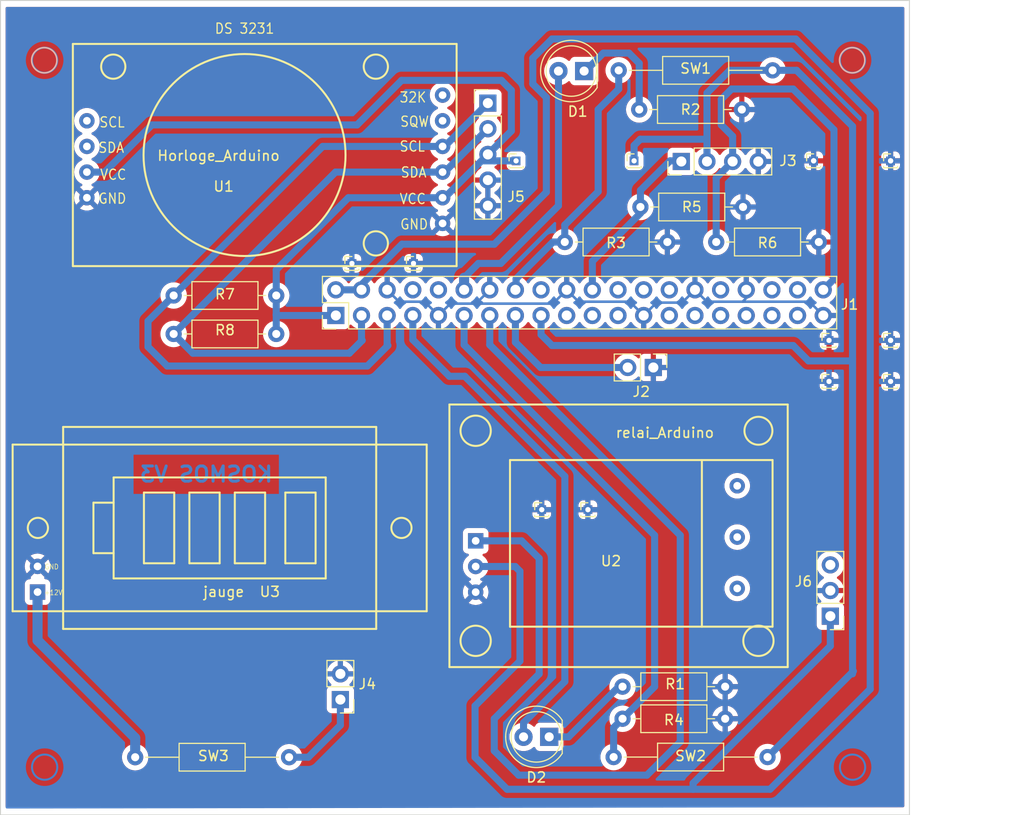
<source format=kicad_pcb>
(kicad_pcb (version 20211014) (generator pcbnew)
  (layers (0 "F.Cu" signal) (31 "B.Cu" signal) (34 "B.Paste" user) (35 "F.Paste" user) (36 "B.SilkS" user "B.Silkscreen") (37 "F.SilkS" user "F.Silkscreen") (38 "B.Mask" user) (39 "F.Mask" user) (44 "Edge.Cuts" user))
  (net 0 "")
  (net 1 "Net-(D1-Pad1)")
  (net 2 "GPIO18")
  (net 3 "Net-(D2-Pad1)")
  (net 4 "GPIO4")
  (net 5 "+5V")
  (net 6 "GND")
  (net 9 "GPIO17")
  (net 10 "GPIO23")
  (net 14 "GPIO25")
  (net 28 "GPIO21")
  (net 29 "Net-(J4-Pad1)")
  (net 36 "Net-(SW3-Pad1)")
  (net 37 "Net-(J1-Pad15)")
  (net 38 "GPIO2")
  (net 39 "GPIO3")
  (net 41 "unconnected-(J1-Pad13)")
  (net 42 "+3V3")
  (net 44 "GPIO27")
  (footprint "Connector_PinHeader_1.00mm:PinHeader_1x01_P1.00mm_Vertical" (layer "F.Cu") (at 175.768 78.74)
    (fp_text reference "REF**" hide)
    (fp_text value "PinHeader_1x01_P1.00mm_Vertical")
    (pad "1" thru_hole rect (at 0 0) (size 0.85 0.85) (drill 0.5) (layers *.Cu *.Mask) (net 6 "GND"))
    (pad "1" thru_hole rect (at 0 0) (size 0.85 0.85) (drill 0.5) (layers *.Cu *.Mask) (net 6 "GND"))
    (pad "1" thru_hole rect (at 0 0) (size 0.85 0.85) (drill 0.5) (layers *.Cu *.Mask) (net 6 "GND"))
    (pad "1" thru_hole rect (at 0 0) (size 0.85 0.85) (drill 0.5) (layers *.Cu *.Mask) (net 6 "GND"))
  )
  (footprint "Connector_PinHeader_1.00mm:PinHeader_1x01_P1.00mm_Vertical" (layer "F.Cu") (at 168.148 60.96)
    (fp_text reference "REF**" hide)
    (fp_text value "PinHeader_1x01_P1.00mm_Vertical")
    (pad "1" thru_hole rect (at 0 0) (size 0.85 0.85) (drill 0.5) (layers *.Cu *.Mask) (net 6 "GND"))
    (pad "1" thru_hole rect (at 0 0) (size 0.85 0.85) (drill 0.5) (layers *.Cu *.Mask) (net 6 "GND"))
    (pad "1" thru_hole rect (at 0 0) (size 0.85 0.85) (drill 0.5) (layers *.Cu *.Mask) (net 6 "GND"))
    (pad "1" thru_hole rect (at 0 0) (size 0.85 0.85) (drill 0.5) (layers *.Cu *.Mask) (net 6 "GND"))
  )
  (footprint "Connector_PinHeader_1.00mm:PinHeader_1x01_P1.00mm_Vertical" (layer "F.Cu") (at 145.796 95.504)
    (fp_text reference "REF**" hide)
    (fp_text value "PinHeader_1x01_P1.00mm_Vertical")
    (pad "1" thru_hole rect (at 0 0) (size 0.85 0.85) (drill 0.5) (layers *.Cu *.Mask) (net 6 "GND"))
    (pad "1" thru_hole rect (at 0 0) (size 0.85 0.85) (drill 0.5) (layers *.Cu *.Mask) (net 6 "GND"))
  )
  (footprint "Ma_librairie1:Rtc_arduino" (layer "F.Cu") (at 94.685 49.415)
    (fp_text reference "U1" (at 15.043 14.085 unlocked) (layer "F.SilkS"))
    (fp_text value "Horloge_Arduino" (at 14.535 11.037 unlocked) (layer "F.SilkS"))
    (fp_text user "VCC" (at 2.738536 12.328536) (layer "F.SilkS") (effects (font (size 1 0.9) (thickness 0.125)) (justify left top)))
    (fp_text user "SDA" (at 2.568788 9.66) (layer "F.SilkS") (effects (font (size 1 0.9) (thickness 0.125)) (justify left top)))
    (fp_text user "SDA" (at 32.509862 12.10463) (layer "F.SilkS") (effects (font (size 1 0.9) (thickness 0.125)) (justify left top)))
    (fp_text user "SCL" (at 32.395583 9.533349) (layer "F.SilkS") (effects (font (size 1 0.9) (thickness 0.125)) (justify left top)))
    (fp_text user "DS 3231" (at 14.096081 -2.13969) (layer "F.SilkS") (effects (font (size 1 0.9) (thickness 0.125)) (justify left top)))
    (fp_text user "SCL" (at 2.668782 7.147829) (layer "F.SilkS") (effects (font (size 1 0.9) (thickness 0.125)) (justify left top)))
    (fp_text user "GND" (at 32.452722 17.247192) (layer "F.SilkS") (effects (font (size 1 0.9) (thickness 0.125)) (justify left top)))
    (fp_text user "GND" (at 2.567117 14.697117) (layer "F.SilkS") (effects (font (size 1 0.9) (thickness 0.125)) (justify left top)))
    (fp_text user "SQW" (at 32.452722 7.076347) (layer "F.SilkS") (effects (font (size 1 0.9) (thickness 0.125)) (justify left top)))
    (fp_text user "VCC" (at 32.395583 14.733051) (layer "F.SilkS") (effects (font (size 1 0.9) (thickness 0.125)) (justify left top)))
    (fp_text user "32K" (at 32.395583 4.676485) (layer "F.SilkS") (effects (font (size 1 0.9) (thickness 0.125)) (justify left top)))
    (pad "1" thru_hole circle (at 1.5 7.58) (size 1.524 1.524) (drill 0.762) (layers *.Cu *.Mask))
    (pad "2" thru_hole circle (at 1.5 10.12) (size 1.524 1.524) (drill 0.762) (layers *.Cu *.Mask))
    (pad "3" thru_hole circle (at 1.5 12.66) (size 1.524 1.524) (drill 0.762) (layers *.Cu *.Mask) (net 42 "+3V3"))
    (pad "4" thru_hole circle (at 1.5 15.2) (size 1.524 1.524) (drill 0.762) (layers *.Cu *.Mask) (net 6 "GND"))
    (pad "5" thru_hole circle (at 36.72 17.74) (size 1.524 1.524) (drill 0.762) (layers *.Cu *.Mask) (net 6 "GND"))
    (pad "6" thru_hole circle (at 36.72 15.2) (size 1.524 1.524) (drill 0.762) (layers *.Cu *.Mask) (net 42 "+3V3"))
    (pad "7" thru_hole circle (at 36.72 12.66) (size 1.524 1.524) (drill 0.762) (layers *.Cu *.Mask) (net 38 "GPIO2"))
    (pad "8" thru_hole circle (at 36.72 10.12) (size 1.524 1.524) (drill 0.762) (layers *.Cu *.Mask) (net 39 "GPIO3"))
    (pad "9" thru_hole circle (at 36.72 7.58) (size 1.524 1.524) (drill 0.762) (layers *.Cu *.Mask))
    (pad "10" thru_hole circle (at 36.72 5.04) (size 1.524 1.524) (drill 0.762) (layers *.Cu *.Mask))
  )
  (footprint "Connector_PinHeader_1.00mm:PinHeader_1x01_P1.00mm_Vertical" (layer "F.Cu") (at 150.368 60.96)
    (fp_text reference "REF**" hide)
    (fp_text value "PinHeader_1x01_P1.00mm_Vertical")
    (pad "1" thru_hole rect (at 0 0) (size 0.85 0.85) (drill 0.5) (layers *.Cu *.Mask) (net 42 "+3V3"))
    (pad "1" thru_hole rect (at 0 0) (size 0.85 0.85) (drill 0.5) (layers *.Cu *.Mask) (net 42 "+3V3"))
  )
  (footprint "Resistor_THT:R_Axial_DIN0207_L6.3mm_D2.5mm_P15.24mm_Horizontal" (layer "F.Cu") (at 100.965 120.015)
    (fp_text reference "SW3" (at 7.747 -0.127) (layer "F.SilkS"))
    (fp_text value "SW_Reed")
    (pad "1" thru_hole circle (at 0 0) (size 1.6 1.6) (drill 0.8) (layers *.Cu *.Mask) (net 36 "Net-(SW3-Pad1)"))
    (pad "2" thru_hole oval (at 15.24 0) (size 1.6 1.6) (drill 0.8) (layers *.Cu *.Mask) (net 29 "Net-(J4-Pad1)"))
  )
  (footprint "Ma_librairie1:Relai_arduino" (layer "F.Cu") (at 132.08 85.09)
    (fp_text reference "U2" (at 16 15.5 unlocked) (layer "F.SilkS"))
    (fp_text value "relai_Arduino" (at 21.336 2.794 unlocked) (layer "F.SilkS"))
    (pad "1" thru_hole rect (at 2.6 13.5) (size 1.524 1.524) (drill 0.762) (layers *.Cu *.Mask) (net 44 "GPIO27"))
    (pad "2" thru_hole circle (at 2.6 16.04) (size 1.524 1.524) (drill 0.762) (layers *.Cu *.Mask) (net 5 "+5V"))
    (pad "3" thru_hole circle (at 2.6 18.58) (size 1.524 1.524) (drill 0.762) (layers *.Cu *.Mask) (net 6 "GND"))
    (pad "4" thru_hole circle (at 28.5 18.21) (size 1.524 1.524) (drill 0.762) (layers *.Cu *.Mask))
    (pad "5" thru_hole circle (at 28.5 13.13) (size 1.524 1.524) (drill 0.762) (layers *.Cu *.Mask))
    (pad "6" thru_hole circle (at 28.5 8.05) (size 1.524 1.524) (drill 0.762) (layers *.Cu *.Mask))
  )
  (footprint "Connector_PinHeader_1.00mm:PinHeader_1x01_P1.00mm_Vertical" (layer "F.Cu") (at 138.684 60.96)
    (fp_text reference "REF**" hide)
    (fp_text value "PinHeader_1x01_P1.00mm_Vertical")
    (pad "1" thru_hole rect (at 0 0) (size 0.85 0.85) (drill 0.5) (layers *.Cu *.Mask) (net 42 "+3V3"))
    (pad "1" thru_hole rect (at 0 0) (size 0.85 0.85) (drill 0.5) (layers *.Cu *.Mask) (net 42 "+3V3"))
  )
  (footprint "Ma_librairie1:Jauge_arduino" (layer "F.Cu") (at 88.758 87.15)
    (fp_text reference "U3" (at 25.542 16.482 unlocked) (layer "F.SilkS"))
    (fp_text value "jauge" (at 20.97 16.482 unlocked) (layer "F.SilkS"))
    (fp_text user "+12V" (at 3.156424 16.266353) (layer "F.SilkS") (effects (font (size 0.5 0.45) (thickness 0.0625)) (justify left top)))
    (fp_text user "GND" (at 3.213528 13.714811) (layer "F.SilkS") (effects (font (size 0.5 0.45) (thickness 0.0625)) (justify left top)))
    (pad "1" thru_hole rect (at 2.54 16.51) (size 1.524 1.524) (drill 0.762) (layers *.Cu *.Mask) (net 36 "Net-(SW3-Pad1)"))
    (pad "2" thru_hole circle (at 2.54 13.97) (size 1.524 1.524) (drill 0.762) (layers *.Cu *.Mask) (net 6 "GND"))
  )
  (footprint "Connector_PinHeader_2.54mm:PinHeader_2x20_P2.54mm_Vertical" (layer "F.Cu") (at 120.83619 76.275 90)
    (fp_text reference "J1" (at 1.091 50.86781) (layer "F.SilkS"))
    (fp_text value "Raspberry_Pi_2_3")
    (pad "1" thru_hole rect (at 0 0 90) (size 1.7 1.7) (drill 1) (layers *.Cu *.Mask) (net 42 "+3V3"))
    (pad "2" thru_hole oval (at 2.54 0 90) (size 1.7 1.7) (drill 1) (layers *.Cu *.Mask) (net 5 "+5V"))
    (pad "3" thru_hole oval (at 0 2.54 90) (size 1.7 1.7) (drill 1) (layers *.Cu *.Mask) (net 38 "GPIO2"))
    (pad "4" thru_hole oval (at 2.54 2.54 90) (size 1.7 1.7) (drill 1) (layers *.Cu *.Mask) (net 5 "+5V"))
    (pad "5" thru_hole oval (at 0 5.08 90) (size 1.7 1.7) (drill 1) (layers *.Cu *.Mask) (net 39 "GPIO3"))
    (pad "6" thru_hole oval (at 2.54 5.08 90) (size 1.7 1.7) (drill 1) (layers *.Cu *.Mask) (net 6 "GND"))
    (pad "7" thru_hole oval (at 0 7.62 90) (size 1.7 1.7) (drill 1) (layers *.Cu *.Mask) (net 4 "GPIO4"))
    (pad "8" thru_hole oval (at 2.54 7.62 90) (size 1.7 1.7) (drill 1) (layers *.Cu *.Mask))
    (pad "9" thru_hole oval (at 0 10.16 90) (size 1.7 1.7) (drill 1) (layers *.Cu *.Mask) (net 6 "GND"))
    (pad "10" thru_hole oval (at 2.54 10.16 90) (size 1.7 1.7) (drill 1) (layers *.Cu *.Mask))
    (pad "11" thru_hole oval (at 0 12.7 90) (size 1.7 1.7) (drill 1) (layers *.Cu *.Mask) (net 9 "GPIO17"))
    (pad "12" thru_hole oval (at 2.54 12.7 90) (size 1.7 1.7) (drill 1) (layers *.Cu *.Mask) (net 2 "GPIO18"))
    (pad "13" thru_hole oval (at 0 15.24 90) (size 1.7 1.7) (drill 1) (layers *.Cu *.Mask) (net 41 "unconnected-(J1-Pad13)"))
    (pad "14" thru_hole oval (at 2.54 15.24 90) (size 1.7 1.7) (drill 1) (layers *.Cu *.Mask) (net 6 "GND"))
    (pad "15" thru_hole oval (at 0 17.78 90) (size 1.7 1.7) (drill 1) (layers *.Cu *.Mask) (net 37 "Net-(J1-Pad15)"))
    (pad "16" thru_hole oval (at 2.54 17.78 90) (size 1.7 1.7) (drill 1) (layers *.Cu *.Mask) (net 10 "GPIO23"))
    (pad "17" thru_hole oval (at 0 20.32 90) (size 1.7 1.7) (drill 1) (layers *.Cu *.Mask) (net 42 "+3V3"))
    (pad "18" thru_hole oval (at 2.54 20.32 90) (size 1.7 1.7) (drill 1) (layers *.Cu *.Mask))
    (pad "19" thru_hole oval (at 0 22.86 90) (size 1.7 1.7) (drill 1) (layers *.Cu *.Mask))
    (pad "20" thru_hole oval (at 2.54 22.86 90) (size 1.7 1.7) (drill 1) (layers *.Cu *.Mask) (net 6 "GND"))
    (pad "21" thru_hole oval (at 0 25.4 90) (size 1.7 1.7) (drill 1) (layers *.Cu *.Mask))
    (pad "22" thru_hole oval (at 2.54 25.4 90) (size 1.7 1.7) (drill 1) (layers *.Cu *.Mask) (net 14 "GPIO25"))
    (pad "23" thru_hole oval (at 0 27.94 90) (size 1.7 1.7) (drill 1) (layers *.Cu *.Mask))
    (pad "24" thru_hole oval (at 2.54 27.94 90) (size 1.7 1.7) (drill 1) (layers *.Cu *.Mask))
    (pad "25" thru_hole oval (at 0 30.48 90) (size 1.7 1.7) (drill 1) (layers *.Cu *.Mask) (net 6 "GND"))
    (pad "26" thru_hole oval (at 2.54 30.48 90) (size 1.7 1.7) (drill 1) (layers *.Cu *.Mask))
    (pad "27" thru_hole oval (at 0 33.02 90) (size 1.7 1.7) (drill 1) (layers *.Cu *.Mask))
    (pad "28" thru_hole oval (at 2.54 33.02 90) (size 1.7 1.7) (drill 1) (layers *.Cu *.Mask))
    (pad "29" thru_hole oval (at 0 35.56 90) (size 1.7 1.7) (drill 1) (layers *.Cu *.Mask))
    (pad "30" thru_hole oval (at 2.54 35.56 90) (size 1.7 1.7) (drill 1) (layers *.Cu *.Mask) (net 6 "GND"))
    (pad "31" thru_hole oval (at 0 38.1 90) (size 1.7 1.7) (drill 1) (layers *.Cu *.Mask))
    (pad "32" thru_hole oval (at 2.54 38.1 90) (size 1.7 1.7) (drill 1) (layers *.Cu *.Mask))
    (pad "33" thru_hole oval (at 0 40.64 90) (size 1.7 1.7) (drill 1) (layers *.Cu *.Mask))
    (pad "34" thru_hole oval (at 2.54 40.64 90) (size 1.7 1.7) (drill 1) (layers *.Cu *.Mask) (net 6 "GND"))
    (pad "35" thru_hole oval (at 0 43.18 90) (size 1.7 1.7) (drill 1) (layers *.Cu *.Mask))
    (pad "36" thru_hole oval (at 2.54 43.18 90) (size 1.7 1.7) (drill 1) (layers *.Cu *.Mask))
    (pad "37" thru_hole oval (at 0 45.72 90) (size 1.7 1.7) (drill 1) (layers *.Cu *.Mask))
    (pad "38" thru_hole oval (at 2.54 45.72 90) (size 1.7 1.7) (drill 1) (layers *.Cu *.Mask))
    (pad "39" thru_hole oval (at 0 48.26 90) (size 1.7 1.7) (drill 1) (layers *.Cu *.Mask) (net 6 "GND"))
    (pad "40" thru_hole oval (at 2.54 48.26 90) (size 1.7 1.7) (drill 1) (layers *.Cu *.Mask) (net 28 "GPIO21"))
  )
  (footprint "Resistor_THT:R_Axial_DIN0207_L6.3mm_D2.5mm_P10.16mm_Horizontal" (layer "F.Cu") (at 149.225 113.03)
    (fp_text reference "R1" (at 5.207 -0.254) (layer "F.SilkS"))
    (fp_text value "220")
    (pad "1" thru_hole circle (at 0 0) (size 1.6 1.6) (drill 0.8) (layers *.Cu *.Mask) (net 3 "Net-(D2-Pad1)"))
    (pad "2" thru_hole oval (at 10.16 0) (size 1.6 1.6) (drill 0.8) (layers *.Cu *.Mask) (net 6 "GND"))
  )
  (footprint "Resistor_THT:R_Axial_DIN0207_L6.3mm_D2.5mm_P10.16mm_Horizontal" (layer "F.Cu") (at 143.50381 69)
    (fp_text reference "R3" (at 5.08 0.088) (layer "F.SilkS"))
    (fp_text value "1K")
    (pad "1" thru_hole circle (at 0 0) (size 1.6 1.6) (drill 0.8) (layers *.Cu *.Mask) (net 10 "GPIO23"))
    (pad "2" thru_hole oval (at 10.16 0) (size 1.6 1.6) (drill 0.8) (layers *.Cu *.Mask) (net 6 "GND"))
  )
  (footprint "Connector_PinHeader_2.54mm:PinHeader_1x05_P2.54mm_Vertical" (layer "F.Cu") (at 135.89 55.245)
    (fp_text reference "J5" (at 2.794 9.271) (layer "F.SilkS"))
    (fp_text value "Conn_01x05_Female")
    (pad "1" thru_hole rect (at 0 0) (size 1.7 1.7) (drill 1) (layers *.Cu *.Mask) (net 39 "GPIO3"))
    (pad "2" thru_hole oval (at 0 2.54) (size 1.7 1.7) (drill 1) (layers *.Cu *.Mask) (net 38 "GPIO2"))
    (pad "3" thru_hole oval (at 0 5.08) (size 1.7 1.7) (drill 1) (layers *.Cu *.Mask) (net 42 "+3V3"))
    (pad "4" thru_hole oval (at 0 7.62) (size 1.7 1.7) (drill 1) (layers *.Cu *.Mask) (net 6 "GND"))
    (pad "5" thru_hole oval (at 0 10.16) (size 1.7 1.7) (drill 1) (layers *.Cu *.Mask) (net 6 "GND"))
  )
  (footprint "Connector_PinHeader_1.00mm:PinHeader_1x01_P1.00mm_Vertical" (layer "F.Cu") (at 141.224 95.504)
    (fp_text reference "REF**" hide)
    (fp_text value "PinHeader_1x01_P1.00mm_Vertical")
    (pad "1" thru_hole rect (at 0 0) (size 0.85 0.85) (drill 0.5) (layers *.Cu *.Mask) (net 6 "GND"))
    (pad "1" thru_hole rect (at 0 0) (size 0.85 0.85) (drill 0.5) (layers *.Cu *.Mask) (net 6 "GND"))
  )
  (footprint "Resistor_THT:R_Axial_DIN0207_L6.3mm_D2.5mm_P10.16mm_Horizontal" (layer "F.Cu") (at 158.5 69)
    (fp_text reference "R6" (at 5.08 0.088) (layer "F.SilkS"))
    (fp_text value "1K")
    (pad "1" thru_hole circle (at 0 0) (size 1.6 1.6) (drill 0.8) (layers *.Cu *.Mask) (net 28 "GPIO21"))
    (pad "2" thru_hole oval (at 10.16 0) (size 1.6 1.6) (drill 0.8) (layers *.Cu *.Mask) (net 6 "GND"))
  )
  (footprint "Resistor_THT:R_Axial_DIN0207_L6.3mm_D2.5mm_P10.16mm_Horizontal" (layer "F.Cu") (at 149.225 116.205)
    (fp_text reference "R4" (at 5.08 0.127) (layer "F.SilkS"))
    (fp_text value "1K")
    (pad "1" thru_hole circle (at 0 0) (size 1.6 1.6) (drill 0.8) (layers *.Cu *.Mask) (net 9 "GPIO17"))
    (pad "2" thru_hole oval (at 10.16 0) (size 1.6 1.6) (drill 0.8) (layers *.Cu *.Mask) (net 6 "GND"))
  )
  (footprint "LED_THT:LED_D5.0mm_FlatTop" (layer "F.Cu") (at 145.42 52.07 180)
    (fp_text reference "D1" (at 0.64 -4.01) (layer "F.SilkS"))
    (fp_text value "LED_R_DROITE")
    (pad "1" thru_hole rect (at 0 0 180) (size 1.8 1.8) (drill 0.9) (layers *.Cu *.Mask) (net 1 "Net-(D1-Pad1)"))
    (pad "2" thru_hole circle (at 2.54 0 180) (size 1.8 1.8) (drill 0.9) (layers *.Cu *.Mask) (net 2 "GPIO18"))
  )
  (footprint "Connector_PinHeader_2.54mm:PinHeader_1x02_P2.54mm_Vertical" (layer "F.Cu") (at 121.285 114.305 180)
    (property "Reference" "J?")
    (property "Value" "12v_conv")
    (fp_text reference "J4" (at -2.667 1.529 180) (layer "F.SilkS"))
    (fp_text value "12v_conv")
    (pad "1" thru_hole rect (at 0 0 180) (size 1.7 1.7) (drill 1) (layers *.Cu *.Mask) (net 29 "Net-(J4-Pad1)"))
    (pad "2" thru_hole oval (at 0 2.54 180) (size 1.7 1.7) (drill 1) (layers *.Cu *.Mask) (net 6 "GND"))
  )
  (footprint "Resistor_THT:R_Axial_DIN0207_L6.3mm_D2.5mm_P10.16mm_Horizontal" (layer "F.Cu") (at 114.935 78.105 180)
    (fp_text reference "R8" (at 5.08 0.381) (layer "F.SilkS"))
    (fp_text value "1K")
    (pad "1" thru_hole circle (at 0 0 180) (size 1.6 1.6) (drill 0.8) (layers *.Cu *.Mask) (net 42 "+3V3"))
    (pad "2" thru_hole oval (at 10.16 0 180) (size 1.6 1.6) (drill 0.8) (layers *.Cu *.Mask) (net 38 "GPIO2"))
  )
  (footprint "LED_THT:LED_D5.0mm_FlatTop" (layer "F.Cu") (at 141.96119 118 180)
    (fp_text reference "D2" (at 1.27 -4.01) (layer "F.SilkS"))
    (fp_text value "LED_V_GAUCHE")
    (pad "1" thru_hole rect (at 0 0 180) (size 1.8 1.8) (drill 0.9) (layers *.Cu *.Mask) (net 3 "Net-(D2-Pad1)"))
    (pad "2" thru_hole circle (at 2.54 0 180) (size 1.8 1.8) (drill 0.9) (layers *.Cu *.Mask) (net 4 "GPIO4"))
  )
  (footprint "Connector_PinHeader_2.54mm:PinHeader_1x03_P2.54mm_Vertical" (layer "F.Cu") (at 169.8 106.05 180)
    (property "Reference" "J?")
    (property "Value" "5v_conv")
    (fp_text reference "J6" (at 2.668 3.434 180) (layer "F.SilkS"))
    (fp_text value "5v_conv")
    (pad "1" thru_hole rect (at 0 0 180) (size 1.7 1.7) (drill 1) (layers *.Cu *.Mask) (net 5 "+5V"))
    (pad "2" thru_hole oval (at 0 2.54 180) (size 1.7 1.7) (drill 1) (layers *.Cu *.Mask) (net 6 "GND"))
    (pad "3" thru_hole oval (at 0 5.08 180) (size 1.7 1.7) (drill 1) (layers *.Cu *.Mask))
  )
  (footprint "Connector_PinHeader_1.00mm:PinHeader_1x01_P1.00mm_Vertical" (layer "F.Cu") (at 175.768 60.96)
    (fp_text reference "REF**" hide)
    (fp_text value "PinHeader_1x01_P1.00mm_Vertical")
    (pad "1" thru_hole rect (at 0 0) (size 0.85 0.85) (drill 0.5) (layers *.Cu *.Mask) (net 6 "GND"))
    (pad "1" thru_hole rect (at 0 0) (size 0.85 0.85) (drill 0.5) (layers *.Cu *.Mask) (net 6 "GND"))
    (pad "1" thru_hole rect (at 0 0) (size 0.85 0.85) (drill 0.5) (layers *.Cu *.Mask) (net 6 "GND"))
    (pad "1" thru_hole rect (at 0 0) (size 0.85 0.85) (drill 0.5) (layers *.Cu *.Mask) (net 6 "GND"))
  )
  (footprint "Resistor_THT:R_Axial_DIN0207_L6.3mm_D2.5mm_P10.16mm_Horizontal" (layer "F.Cu") (at 114.935 74.295 180)
    (fp_text reference "R7" (at 5.08 0.127) (layer "F.SilkS"))
    (fp_text value "1K")
    (pad "1" thru_hole circle (at 0 0 180) (size 1.6 1.6) (drill 0.8) (layers *.Cu *.Mask) (net 42 "+3V3"))
    (pad "2" thru_hole oval (at 10.16 0 180) (size 1.6 1.6) (drill 0.8) (layers *.Cu *.Mask) (net 39 "GPIO3"))
  )
  (footprint "Connector_PinHeader_2.54mm:PinHeader_1x04_P2.54mm_Vertical" (layer "F.Cu") (at 155.045 61.025 90)
    (property "Reference" "J3")
    (property "Value" "FACADE")
    (fp_text reference "J3" (at 0.065 10.563) (layer "F.SilkS"))
    (fp_text value "FACADE")
    (pad "1" thru_hole rect (at 0 0 90) (size 1.7 1.7) (drill 1) (layers *.Cu *.Mask) (net 14 "GPIO25"))
    (pad "2" thru_hole oval (at 0 2.54 90) (size 1.7 1.7) (drill 1) (layers *.Cu *.Mask) (net 42 "+3V3"))
    (pad "3" thru_hole oval (at 0 5.08 90) (size 1.7 1.7) (drill 1) (layers *.Cu *.Mask) (net 28 "GPIO21"))
    (pad "4" thru_hole oval (at 0 7.62 90) (size 1.7 1.7) (drill 1) (layers *.Cu *.Mask) (net 6 "GND"))
  )
  (footprint "Connector_PinHeader_1.00mm:PinHeader_1x01_P1.00mm_Vertical" (layer "F.Cu") (at 169.672 82.804)
    (fp_text reference "REF**" hide)
    (fp_text value "PinHeader_1x01_P1.00mm_Vertical")
    (pad "1" thru_hole rect (at 0 0) (size 0.85 0.85) (drill 0.5) (layers *.Cu *.Mask) (net 6 "GND"))
    (pad "1" thru_hole rect (at 0 0) (size 0.85 0.85) (drill 0.5) (layers *.Cu *.Mask) (net 6 "GND"))
  )
  (footprint "Connector_PinHeader_2.54mm:PinHeader_1x02_P2.54mm_Vertical" (layer "F.Cu") (at 152.275 81.425 -90)
    (property "Reference" "J2")
    (property "Value" "CDE_ESP")
    (fp_text reference "J2" (at 2.395 1.195) (layer "F.SilkS"))
    (fp_text value "CDE_ESP")
    (pad "1" thru_hole rect (at 0 0 270) (size 1.7 1.7) (drill 1) (layers *.Cu *.Mask) (net 6 "GND"))
    (pad "2" thru_hole oval (at 0 2.54 270) (size 1.7 1.7) (drill 1) (layers *.Cu *.Mask) (net 37 "Net-(J1-Pad15)"))
  )
  (footprint "Connector_PinHeader_1.00mm:PinHeader_1x01_P1.00mm_Vertical" (layer "F.Cu") (at 175.768 82.804)
    (fp_text reference "REF**" hide)
    (fp_text value "PinHeader_1x01_P1.00mm_Vertical")
    (pad "1" thru_hole rect (at 0 0) (size 0.85 0.85) (drill 0.5) (layers *.Cu *.Mask) (net 6 "GND"))
    (pad "1" thru_hole rect (at 0 0) (size 0.85 0.85) (drill 0.5) (layers *.Cu *.Mask) (net 6 "GND"))
  )
  (footprint "Resistor_THT:R_Axial_DIN0207_L6.3mm_D2.5mm_P15.24mm_Horizontal" (layer "F.Cu") (at 148.844 52)
    (fp_text reference "SW1" (at 7.62 -0.184) (layer "F.SilkS"))
    (fp_text value "DROITE")
    (pad "1" thru_hole circle (at 0 0) (size 1.6 1.6) (drill 0.8) (layers *.Cu *.Mask) (net 10 "GPIO23"))
    (pad "2" thru_hole oval (at 15.24 0) (size 1.6 1.6) (drill 0.8) (layers *.Cu *.Mask) (net 42 "+3V3"))
  )
  (footprint "Connector_PinHeader_1.00mm:PinHeader_1x01_P1.00mm_Vertical" (layer "F.Cu") (at 169.672 78.74)
    (fp_text reference "REF**" hide)
    (fp_text value "PinHeader_1x01_P1.00mm_Vertical")
    (pad "1" thru_hole rect (at 0 0) (size 0.85 0.85) (drill 0.5) (layers *.Cu *.Mask) (net 6 "GND"))
    (pad "1" thru_hole rect (at 0 0) (size 0.85 0.85) (drill 0.5) (layers *.Cu *.Mask) (net 6 "GND"))
  )
  (footprint "Resistor_THT:R_Axial_DIN0207_L6.3mm_D2.5mm_P10.16mm_Horizontal" (layer "F.Cu") (at 150.995 65.532)
    (fp_text reference "R5" (at 5.08 0) (layer "F.SilkS"))
    (fp_text value "1K")
    (pad "1" thru_hole circle (at 0 0) (size 1.6 1.6) (drill 0.8) (layers *.Cu *.Mask) (net 14 "GPIO25"))
    (pad "2" thru_hole oval (at 10.16 0) (size 1.6 1.6) (drill 0.8) (layers *.Cu *.Mask) (net 6 "GND"))
  )
  (footprint "Connector_PinHeader_1.00mm:PinHeader_1x01_P1.00mm_Vertical" (layer "F.Cu") (at 122.428 71.12)
    (fp_text reference "REF**" hide)
    (fp_text value "PinHeader_1x01_P1.00mm_Vertical")
    (pad "1" thru_hole rect (at 0 0) (size 0.85 0.85) (drill 0.5) (layers *.Cu *.Mask) (net 6 "GND"))
    (pad "1" thru_hole rect (at 0 0) (size 0.85 0.85) (drill 0.5) (layers *.Cu *.Mask) (net 6 "GND"))
  )
  (footprint "Resistor_THT:R_Axial_DIN0207_L6.3mm_D2.5mm_P15.24mm_Horizontal" (layer "F.Cu") (at 148.34119 120)
    (fp_text reference "SW2" (at 7.62 -0.112) (layer "F.SilkS"))
    (fp_text value "GAUCHE")
    (pad "1" thru_hole circle (at 0 0) (size 1.6 1.6) (drill 0.8) (layers *.Cu *.Mask) (net 9 "GPIO17"))
    (pad "2" thru_hole oval (at 15.24 0) (size 1.6 1.6) (drill 0.8) (layers *.Cu *.Mask) (net 42 "+3V3"))
  )
  (footprint "Connector_PinHeader_1.00mm:PinHeader_1x01_P1.00mm_Vertical" (layer "F.Cu") (at 128.524 71.12)
    (fp_text reference "REF**" hide)
    (fp_text value "PinHeader_1x01_P1.00mm_Vertical")
    (pad "1" thru_hole rect (at 0 0) (size 0.85 0.85) (drill 0.5) (layers *.Cu *.Mask) (net 6 "GND"))
    (pad "1" thru_hole rect (at 0 0) (size 0.85 0.85) (drill 0.5) (layers *.Cu *.Mask) (net 6 "GND"))
  )
  (footprint "Resistor_THT:R_Axial_DIN0207_L6.3mm_D2.5mm_P10.16mm_Horizontal" (layer "F.Cu") (at 150.876 55.88)
    (fp_text reference "R2" (at 5.08 0) (layer "F.SilkS"))
    (fp_text value "220")
    (pad "1" thru_hole circle (at 0 0) (size 1.6 1.6) (drill 0.8) (layers *.Cu *.Mask) (net 1 "Net-(D1-Pad1)"))
    (pad "2" thru_hole oval (at 10.16 0) (size 1.6 1.6) (drill 0.8) (layers *.Cu *.Mask) (net 6 "GND"))
  )
  (gr_circle (center 92 51) (end 93.25 51) (layer "B.Cu") (width 0.2) (fill none))
  (gr_circle (center 172 51) (end 173.25 51) (layer "B.Cu") (width 0.2) (fill none))
  (gr_circle (center 92 121) (end 93.25 121) (layer "B.Cu") (width 0.2) (fill none))
  (gr_circle (center 172 121) (end 173.25 121) (layer "B.Cu") (width 0.2) (fill none))
  (gr_circle (center 171.96119 51) (end 173.21119 51) (layer "B.SilkS") (width 0.15) (fill none))
  (gr_circle (center 91.96119 51) (end 93.21119 51) (layer "B.SilkS") (width 0.15) (fill none))
  (gr_line (start 87.63 45.085) (end 177.63 45.085) (layer "Edge.Cuts") (width 0.1))
  (gr_line (start 177.63 45.085) (end 177.63 125.73) (layer "Edge.Cuts") (width 0.1))
  (gr_line (start 87.63 45.085) (end 87.63 125.73) (layer "Edge.Cuts") (width 0.1))
  (gr_line (start 87.63 125.73) (end 177.63 125.73) (layer "Edge.Cuts") (width 0.1))
  (gr_text "KOSMOS V3" (at 108 92) (layer "B.Cu") (effects (font (size 1.5 1.5) (thickness 0.3)) (justify mirror)))
  (segment (start 150.876 51.308) (end 150.876 55.88) (width 0.7) (layer "B.Cu") (net 1))
  (segment (start 149.86 50.292) (end 150.876 51.308) (width 0.7) (layer "B.Cu") (net 1))
  (segment (start 147.32 50.292) (end 149.86 50.292) (width 0.7) (layer "B.Cu") (net 1))
  (segment (start 145.542 52.07) (end 147.32 50.292) (width 0.7) (layer "B.Cu") (net 1))
  (segment (start 145.42 52.07) (end 145.542 52.07) (width 0.7) (layer "B.Cu") (net 1))
  (segment (start 133.53619 72.532919) (end 134.949109 71.12) (width 0.7) (layer "B.Cu") (net 2))
  (segment (start 133.53619 73.735) (end 133.53619 72.532919) (width 1) (layer "B.Cu") (net 2))
  (segment (start 137.16 71.12) (end 142.88 65.4) (width 0.7) (layer "B.Cu") (net 2))
  (segment (start 134.949109 71.12) (end 137.16 71.12) (width 0.7) (layer "B.Cu") (net 2))
  (segment (start 142.88 65.4) (end 142.88 52.07) (width 0.7) (layer "B.Cu") (net 2))
  (segment (start 143.88119 118) (end 148.85119 113.03) (width 0.7) (layer "B.Cu") (net 3))
  (segment (start 141.96119 118) (end 143.88119 118) (width 0.7) (layer "B.Cu") (net 3))
  (segment (start 148.85119 113.03) (end 149.225 113.03) (width 0.7) (layer "B.Cu") (net 3))
  (segment (start 139.42119 116.606905) (end 143.51 112.518095) (width 0.7) (layer "B.Cu") (net 4))
  (segment (start 132.08 82.296) (end 128.45619 78.67219) (width 0.7) (layer "B.Cu") (net 4))
  (segment (start 143.51 112.518095) (end 143.51 92.202) (width 0.7) (layer "B.Cu") (net 4))
  (segment (start 143.51 92.202) (end 133.604 82.296) (width 0.7) (layer "B.Cu") (net 4))
  (segment (start 133.604 82.296) (end 132.08 82.296) (width 0.7) (layer "B.Cu") (net 4))
  (segment (start 139.42119 118) (end 139.42119 116.606905) (width 0.7) (layer "B.Cu") (net 4))
  (segment (start 128.45619 78.67219) (end 128.45619 76.275) (width 0.7) (layer "B.Cu") (net 4))
  (segment (start 139.065 101.6) (end 139.065 110.49) (width 0.7) (layer "B.Cu") (net 5))
  (segment (start 142.24 48.895) (end 140.335 50.8) (width 0.7) (layer "B.Cu") (net 5))
  (segment (start 141.68048 64.05952) (end 136.525 69.215) (width 0.7) (layer "B.Cu") (net 5))
  (segment (start 166.37 48.895) (end 142.24 48.895) (width 0.7) (layer "B.Cu") (net 5))
  (segment (start 141.68048 54.68548) (end 141.68048 64.05952) (width 0.7) (layer "B.Cu") (net 5))
  (segment (start 134.62 114.935) (end 134.62 120.015) (width 0.7) (layer "B.Cu") (net 5))
  (segment (start 156.21 122.59) (end 169.8 109) (width 0.7) (layer "B.Cu") (net 5))
  (segment (start 163.83 123.19) (end 173.75 113.27) (width 0.7) (layer "B.Cu") (net 5))
  (segment (start 134.68 101.13) (end 138.595 101.13) (width 0.7) (layer "B.Cu") (net 5))
  (segment (start 139.065 110.49) (end 134.62 114.935) (width 0.7) (layer "B.Cu") (net 5))
  (segment (start 156.21 123.19) (end 156.21 122.59) (width 0.7) (layer "B.Cu") (net 5))
  (segment (start 134.62 120.015) (end 137.795 123.19) (width 0.7) (layer "B.Cu") (net 5))
  (segment (start 127.381 69.215) (end 123.37619 73.21981) (width 0.7) (layer "B.Cu") (net 5))
  (segment (start 140.335 53.34) (end 141.68048 54.68548) (width 0.7) (layer "B.Cu") (net 5))
  (segment (start 123.37619 73.21981) (end 123.37619 73.735) (width 0.7) (layer "B.Cu") (net 5))
  (segment (start 173.75 56.275) (end 166.37 48.895) (width 0.7) (layer "B.Cu") (net 5))
  (segment (start 137.795 123.19) (end 163.83 123.19) (width 0.7) (layer "B.Cu") (net 5))
  (segment (start 138.595 101.13) (end 139.065 101.6) (width 0.7) (layer "B.Cu") (net 5))
  (segment (start 136.525 69.215) (end 127.381 69.215) (width 0.7) (layer "B.Cu") (net 5))
  (segment (start 169.8 109) (end 169.8 106.05) (width 0.7) (layer "B.Cu") (net 5))
  (segment (start 173.75 113.27) (end 173.75 56.275) (width 0.7) (layer "B.Cu") (net 5))
  (segment (start 140.335 50.8) (end 140.335 53.34) (width 0.7) (layer "B.Cu") (net 5))
  (segment (start 120.83619 73.735) (end 123.37619 73.735) (width 0.7) (layer "B.Cu") (net 5))
  (segment (start 155.13119 75) (end 156.39619 73.735) (width 0.25) (layer "B.Cu") (net 6))
  (segment (start 161.47619 73.735) (end 161.47619 74.54881) (width 0.25) (layer "B.Cu") (net 6))
  (segment (start 149.950701 74.909511) (end 144.870701 74.909511) (width 0.25) (layer "B.Cu") (net 6))
  (segment (start 142.330701 75.100489) (end 143.69619 73.735) (width 0.25) (layer "B.Cu") (net 6))
  (segment (start 161.115489 74.909511) (end 157.570701 74.909511) (width 0.25) (layer "B.Cu") (net 6))
  (segment (start 126 73.81881) (end 125.91619 73.735) (width 0.25) (layer "B.Cu") (net 6))
  (segment (start 169.09619 76.275) (end 167.730701 74.909511) (width 0.25) (layer "B.Cu") (net 6))
  (segment (start 132.170701 75.100489) (end 130.99619 76.275) (width 0.25) (layer "B.Cu") (net 6))
  (segment (start 134.710701 75.100489) (end 132.170701 75.100489) (width 0.25) (layer "B.Cu") (net 6))
  (segment (start 151.31619 76.275) (end 152.59119 75) (width 0.25) (layer "B.Cu") (net 6))
  (segment (start 157.570701 74.909511) (end 156.39619 73.735) (width 0.25) (layer "B.Cu") (net 6))
  (segment (start 161.47619 74.54881) (end 161.115489 74.909511) (width 0.25) (layer "B.Cu") (net 6))
  (segment (start 167.730701 74.909511) (end 161.115489 74.909511) (width 0.25) (layer "B.Cu") (net 6))
  (segment (start 134.710701 75.100489) (end 142.330701 75.100489) (width 0.25) (layer "B.Cu") (net 6))
  (segment (start 151.31619 76.275) (end 149.950701 74.909511) (width 0.25) (layer "B.Cu") (net 6))
  (segment (start 129.630701 74.909511) (end 127.090701 74.909511) (width 0.25) (layer "B.Cu") (net 6))
  (segment (start 136.07619 73.735) (end 134.710701 75.100489) (width 0.25) (layer "B.Cu") (net 6))
  (segment (start 127.090701 74.909511) (end 125.91619 73.735) (width 0.25) (layer "B.Cu") (net 6))
  (segment (start 152.59119 75) (end 155.13119 75) (width 0.25) (layer "B.Cu") (net 6))
  (segment (start 130.99619 76.275) (end 129.630701 74.909511) (width 0.25) (layer "B.Cu") (net 6))
  (segment (start 144.870701 74.909511) (end 143.69619 73.735) (width 0.25) (layer "B.Cu") (net 6))
  (segment (start 133.53619 79.18019) (end 133.53619 76.275) (width 0.7) (layer "B.Cu") (net 9))
  (segment (start 148.34119 120) (end 148.34119 117.08881) (width 0.7) (layer "B.Cu") (net 9))
  (segment (start 152.4 113.03) (end 152.4 98.044) (width 0.7) (layer "B.Cu") (net 9))
  (segment (start 148.34119 117.08881) (end 152.4 113.03) (width 0.7) (layer "B.Cu") (net 9))
  (segment (start 152.4 98.044) (end 133.53619 79.18019) (width 0.7) (layer "B.Cu") (net 9))
  (segment (start 142.328 69) (end 143.50381 69) (width 0.7) (layer "B.Cu") (net 10))
  (segment (start 146.812 64.008) (end 146.812 55.88) (width 0.7) (layer "B.Cu") (net 10))
  (segment (start 138.61619 73.735) (end 138.684 73.66719) (width 1) (layer "B.Cu") (net 10))
  (segment (start 138.684 73.66719) (end 138.684 72.644) (width 0.7) (layer "B.Cu") (net 10))
  (segment (start 148.844 53.848) (end 148.844 52) (width 0.7) (layer "B.Cu") (net 10))
  (segment (start 143.50381 69) (end 143.50381 67.31619) (width 0.7) (layer "B.Cu") (net 10))
  (segment (start 138.61619 73.735) (end 138.43 73.54881) (width 1) (layer "B.Cu") (net 10))
  (segment (start 146.812 55.88) (end 148.844 53.848) (width 0.7) (layer "B.Cu") (net 10))
  (segment (start 143.50381 67.31619) (end 146.812 64.008) (width 0.7) (layer "B.Cu") (net 10))
  (segment (start 138.684 72.644) (end 142.328 69) (width 0.7) (layer "B.Cu") (net 10))
  (segment (start 146.23619 73.735) (end 146.23619 70.90881) (width 0.7) (layer "B.Cu") (net 14))
  (segment (start 150.995 66.15) (end 150.995 65.532) (width 0.7) (layer "B.Cu") (net 14))
  (segment (start 153.924 60.96) (end 154.98 60.96) (width 0.7) (layer "B.Cu") (net 14))
  (segment (start 150.995 63.889) (end 153.924 60.96) (width 0.7) (layer "B.Cu") (net 14))
  (segment (start 154.98 60.96) (end 155.045 61.025) (width 0.7) (layer "B.Cu") (net 14))
  (segment (start 146.23619 70.90881) (end 150.995 66.15) (width 0.7) (layer "B.Cu") (net 14))
  (segment (start 150.995 65.532) (end 150.995 63.889) (width 0.7) (layer "B.Cu") (net 14))
  (segment (start 159.004 57.404) (end 160.125 58.525) (width 0.7) (layer "B.Cu") (net 28))
  (segment (start 169.09619 73.735) (end 170.159511 72.671679) (width 0.7) (layer "B.Cu") (net 28))
  (segment (start 166.116 53.848) (end 160.02 53.848) (width 0.7) (layer "B.Cu") (net 28))
  (segment (start 170.159511 57.891511) (end 166.116 53.848) (width 0.7) (layer "B.Cu") (net 28))
  (segment (start 160.125 58.525) (end 160.125 61.025) (width 0.7) (layer "B.Cu") (net 28))
  (segment (start 159.004 54.864) (end 159.004 57.404) (width 0.7) (layer "B.Cu") (net 28))
  (segment (start 170.159511 72.671679) (end 170.159511 57.891511) (width 0.7) (layer "B.Cu") (net 28))
  (segment (start 160.02 53.848) (end 159.004 54.864) (width 0.7) (layer "B.Cu") (net 28))
  (segment (start 160.125 61.025) (end 158.5 62.65) (width 0.7) (layer "B.Cu") (net 28))
  (segment (start 158.5 62.65) (end 158.5 69) (width 0.7) (layer "B.Cu") (net 28))
  (segment (start 118.11 120.015) (end 121.285 116.84) (width 0.7) (layer "B.Cu") (net 29))
  (segment (start 116.205 120.015) (end 118.11 120.015) (width 0.7) (layer "B.Cu") (net 29))
  (segment (start 121.285 116.84) (end 121.285 114.305) (width 0.7) (layer "B.Cu") (net 29))
  (segment (start 91.298 108.443) (end 100.965 118.11) (width 1) (layer "B.Cu") (net 36))
  (segment (start 100.965 118.11) (end 100.965 120.015) (width 1) (layer "B.Cu") (net 36))
  (segment (start 91.298 103.66) (end 91.298 108.443) (width 1) (layer "B.Cu") (net 36))
  (segment (start 149.735 81.425) (end 141.115 81.425) (width 0.7) (layer "B.Cu") (net 37))
  (segment (start 138.61619 78.92619) (end 138.61619 76.275) (width 0.7) (layer "B.Cu") (net 37))
  (segment (start 141.115 81.425) (end 138.61619 78.92619) (width 0.7) (layer "B.Cu") (net 37))
  (segment (start 106.68 80.01) (end 104.775 78.105) (width 0.7) (layer "B.Cu") (net 38))
  (segment (start 131.405 62.075) (end 131.6 62.075) (width 1) (layer "B.Cu") (net 38))
  (segment (start 123.37619 78.67219) (end 123.37619 76.275) (width 0.7) (layer "B.Cu") (net 38))
  (segment (start 104.775 78.105) (end 120.805 62.075) (width 0.7) (layer "B.Cu") (net 38))
  (segment (start 122.174 80.01) (end 123.444 78.74) (width 0.7) (layer "B.Cu") (net 38))
  (segment (start 131.6 62.075) (end 135.89 57.785) (width 0.7) (layer "B.Cu") (net 38))
  (segment (start 123.444 78.74) (end 123.37619 78.67219) (width 0.7) (layer "B.Cu") (net 38))
  (segment (start 120.805 62.075) (end 131.405 62.075) (width 0.7) (layer "B.Cu") (net 38))
  (segment (start 106.68 80.01) (end 122.174 80.01) (width 0.7) (layer "B.Cu") (net 38))
  (segment (start 102.235 76.835) (end 119.535 59.535) (width 0.7) (layer "B.Cu") (net 39))
  (segment (start 125.91619 79.18019) (end 125.91619 76.275) (width 0.7) (layer "B.Cu") (net 39))
  (segment (start 102.235 79.375) (end 102.235 76.835) (width 0.7) (layer "B.Cu") (net 39))
  (segment (start 119.535 59.535) (end 131.405 59.535) (width 0.7) (layer "B.Cu") (net 39))
  (segment (start 131.6 59.535) (end 135.89 55.245) (width 0.7) (layer "B.Cu") (net 39))
  (segment (start 104.14 81.28) (end 102.235 79.375) (width 0.7) (layer "B.Cu") (net 39))
  (segment (start 131.405 59.535) (end 131.6 59.535) (width 1) (layer "B.Cu") (net 39))
  (segment (start 104.14 81.28) (end 123.952 81.28) (width 0.7) (layer "B.Cu") (net 39))
  (segment (start 123.952 81.28) (end 125.984 79.248) (width 0.7) (layer "B.Cu") (net 39))
  (segment (start 125.984 79.248) (end 125.91619 79.18019) (width 0.7) (layer "B.Cu") (net 39))
  (segment (start 136.525 119.38) (end 138.938 121.793) (width 0.7) (layer "B.Cu") (net 41))
  (segment (start 151.638 121.793) (end 154.94 118.491) (width 0.7) (layer "B.Cu") (net 41))
  (segment (start 140.97 111.76) (end 136.525 116.205) (width 0.7) (layer "B.Cu") (net 41))
  (segment (start 136.07619 79.18019) (end 136.07619 76.275) (width 0.7) (layer "B.Cu") (net 41))
  (segment (start 139.23 98.59) (end 140.97 100.33) (width 0.7) (layer "B.Cu") (net 41))
  (segment (start 134.68 98.59) (end 139.23 98.59) (width 0.7) (layer "B.Cu") (net 41))
  (segment (start 154.94 98.044) (end 136.07619 79.18019) (width 0.7) (layer "B.Cu") (net 41))
  (segment (start 154.94 118.491) (end 154.94 98.044) (width 0.7) (layer "B.Cu") (net 41))
  (segment (start 136.525 116.205) (end 136.525 119.38) (width 0.7) (layer "B.Cu") (net 41))
  (segment (start 138.938 121.793) (end 151.638 121.793) (width 0.7) (layer "B.Cu") (net 41))
  (segment (start 135.96119 76.39) (end 136.07619 76.275) (width 1) (layer "B.Cu") (net 41))
  (segment (start 140.97 100.33) (end 140.97 111.76) (width 0.7) (layer "B.Cu") (net 41))
  (segment (start 138.212103 58.002897) (end 138.212103 53.975) (width 0.7) (layer "B.Cu") (net 42))
  (segment (start 122.936 57.404) (end 102.616 57.404) (width 0.7) (layer "B.Cu") (net 42))
  (segment (start 157.585 58.823) (end 157.585 54.251) (width 0.7) (layer "B.Cu") (net 42))
  (segment (start 150.368 60.96) (end 150.368 59.436) (width 0.7) (layer "B.Cu") (net 42))
  (segment (start 122.075 64.615) (end 114.935 71.755) (width 0.7) (layer "B.Cu") (net 42))
  (segment (start 166.4586 52) (end 172 57.5414) (width 0.7) (layer "B.Cu") (net 42))
  (segment (start 157.585 61.025) (end 157.585 58.823) (width 0.7) (layer "B.Cu") (net 42))
  (segment (start 172 81.5) (end 172 111.76) (width 0.7) (layer "B.Cu") (net 42))
  (segment (start 131.6 64.615) (end 135.89 60.325) (width 0.7) (layer "B.Cu") (net 42))
  (segment (start 159.836 52) (end 163.58119 52) (width 0.7) (layer "B.Cu") (net 42))
  (segment (start 137.230592 52.993489) (end 127.346511 52.993489) (width 0.7) (layer "B.Cu") (net 42))
  (segment (start 172.085 111.49619) (end 163.58119 120) (width 0.7) (layer "B.Cu") (net 42))
  (segment (start 150.368 59.436) (end 150.981 58.823) (width 0.7) (layer "B.Cu") (net 42))
  (segment (start 131.405 64.615) (end 122.075 64.615) (width 0.7) (layer "B.Cu") (net 42))
  (segment (start 150.981 58.823) (end 157.585 58.823) (width 0.7) (layer "B.Cu") (net 42))
  (segment (start 141.15619 76.275) (end 141.15619 78.16419) (width 0.7) (layer "B.Cu") (net 42))
  (segment (start 115.01 76.275) (end 114.935 76.2) (width 0.7) (layer "B.Cu") (net 42))
  (segment (start 114.935 71.755) (end 114.935 74.295) (width 0.7) (layer "B.Cu") (net 42))
  (segment (start 120.83619 76.275) (end 115.01 76.275) (width 0.7) (layer "B.Cu") (net 42))
  (segment (start 138.684 60.96) (end 135.509 60.96) (width 0.7) (layer "B.Cu") (net 42))
  (segment (start 136.525 60.96) (end 135.89 60.325) (width 0.7) (layer "B.Cu") (net 42))
  (segment (start 141.15619 78.16419) (end 142.24 79.248) (width 0.7) (layer "B.Cu") (net 42))
  (segment (start 114.935 76.2) (end 114.935 78.105) (width 0.7) (layer "B.Cu") (net 42))
  (segment (start 114.935 74.295) (end 114.935 76.2) (width 0.7) (layer "B.Cu") (net 42))
  (segment (start 166.116 79.248) (end 167.64 80.772) (width 0.7) (layer "B.Cu") (net 42))
  (segment (start 157.585 54.251) (end 159.836 52) (width 0.7) (layer "B.Cu") (net 42))
  (segment (start 131.405 64.615) (end 131.6 64.615) (width 1) (layer "B.Cu") (net 42))
  (segment (start 142.24 79.248) (end 166.116 79.248) (width 0.7) (layer "B.Cu") (net 42))
  (segment (start 135.89 60.325) (end 138.212103 58.002897) (width 0.7) (layer "B.Cu") (net 42))
  (segment (start 172 80.56) (end 172 81.5) (width 0.7) (layer "B.Cu") (net 42))
  (segment (start 163.58119 52) (end 166.4586 52) (width 0.7) (layer "B.Cu") (net 42))
  (segment (start 127.346511 52.993489) (end 122.936 57.404) (width 0.7) (layer "B.Cu") (net 42))
  (segment (start 97.945 62.075) (end 96.185 62.075) (width 0.7) (layer "B.Cu") (net 42))
  (segment (start 167.64 80.772) (end 171.788 80.772) (width 0.7) (layer "B.Cu") (net 42))
  (segment (start 102.616 57.404) (end 97.945 62.075) (width 0.7) (layer "B.Cu") (net 42))
  (segment (start 171.788 80.772) (end 172 80.56) (width 0.7) (layer "B.Cu") (net 42))
  (segment (start 138.212103 53.975) (end 137.230592 52.993489) (width 0.7) (layer "B.Cu") (net 42))
  (segment (start 172 57.5414) (end 172 80.56) (width 0.7) (layer "B.Cu") (net 42))
  (zone (net 6) (net_name "GND") (layer "F.Cu") (connect_pads (clearance 0.508)) (min_thickness 0.254) (fill yes (thermal_gap 0.508) (thermal_bridge_width 0.508))
    (polygon (pts (xy 177.292 124.968) (xy 87.884 124.968) (xy 87.884 45.72) (xy 177.292 45.72)))
  )
  (zone (net 6) (net_name "GND") (layer "B.Cu") (connect_pads (clearance 0.508)) (min_thickness 0.254) (fill yes (thermal_gap 0.508) (thermal_bridge_width 0.508))
    (polygon (pts (xy 177.292 124.968) (xy 87.884 125.095) (xy 87.884 45.72) (xy 177.292 45.72)))
  )
)
</source>
